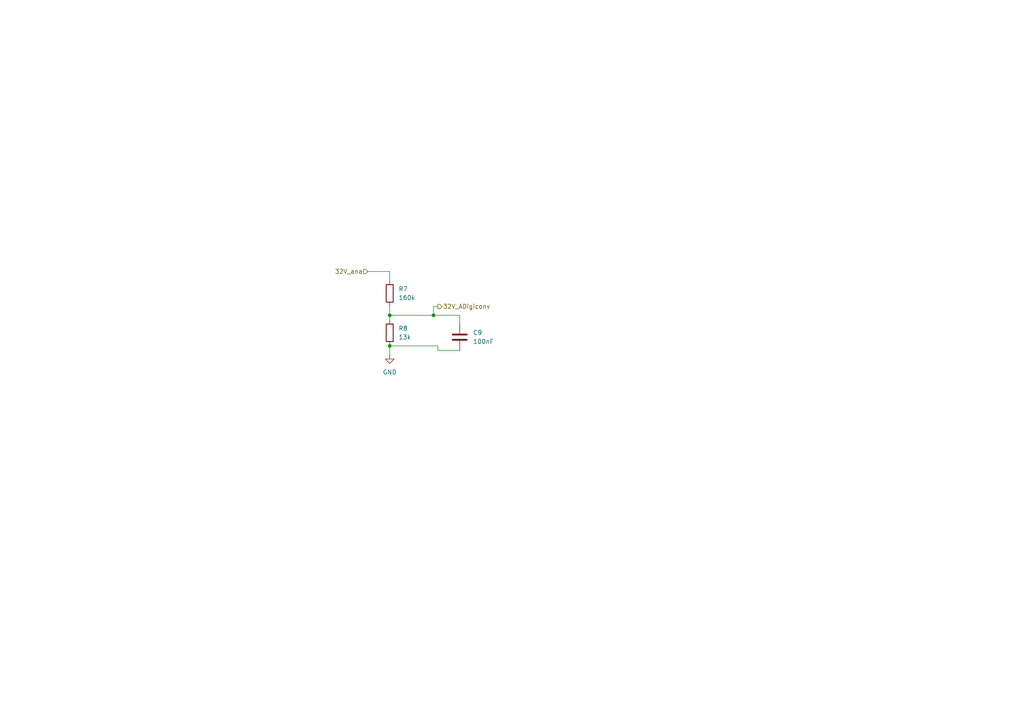
<source format=kicad_sch>
(kicad_sch (version 20250114) (generator "eeschema") (generator_version "9.0")
  (paper "A4")
  (lib_symbols
    (symbol "Device:C" (pin_numbers (hide yes)) (pin_names (offset 0.254))
      (property "Reference" "C" (at 0.635 2.54 0))
      (property "Value" "C" (at 0.635 -2.54 0))
      (symbol "C_0_1"
        (polyline (pts (xy -2.032 0.762) (xy 2.032 0.762)) (stroke (width 0.508)))
        (polyline (pts (xy -2.032 -0.762) (xy 2.032 -0.762)) (stroke (width 0.508)))
      )
      (symbol "C_1_1"
        (pin passive line (at 0 3.81 270) (length 2.794) (name "~") (number "1"))
        (pin passive line (at 0 -3.81 90) (length 2.794) (name "~") (number "2"))
      )
    )
    (symbol "Device:R" (pin_numbers (hide yes)) (pin_names (offset 0))
      (property "Reference" "R" (at 2.032 0 90))
      (property "Value" "R" (at 0 0 90))
      (symbol "R_0_1"
        (rectangle (start -1.016 -2.54) (end 1.016 2.54) (stroke (width 0.254)))
      )
      (symbol "R_1_1"
        (pin passive line (at 0 3.81 270) (length 1.27) (name "~") (number "1"))
        (pin passive line (at 0 -3.81 90) (length 1.27) (name "~") (number "2"))
      )
    )
    (symbol "power:GND" (power) (pin_numbers (hide yes)) (pin_names (offset 0) (hide yes))
      (property "Value" "GND" (at 0 -3.81 0))
      (symbol "GND_0_1"
        (polyline (pts (xy 0 0) (xy 0 -1.27) (xy 1.27 -1.27) (xy 0 -2.54) (xy -1.27 -1.27) (xy 0 -1.27)))
      )
      (symbol "GND_1_1"
        (pin power_in line (at 0 0 270) (length 0) (name "~") (number "1"))
      )
    )
  )
  (junction (at 113.03 91.44))
  (junction (at 125.73 91.44))
  (junction (at 113.03 100.33))
  (wire (pts (xy 113.03 100.33) (xy 113.03 102.87)))
  (wire (pts (xy 127 101.6) (xy 133.35 101.6)))
  (wire (pts (xy 113.03 91.44) (xy 113.03 92.71)))
  (wire (pts (xy 127 101.6) (xy 127 100.33)))
  (wire (pts (xy 127 100.33) (xy 113.03 100.33)))
  (wire (pts (xy 106.68 78.74) (xy 113.03 78.74)))
  (wire (pts (xy 125.73 88.9) (xy 125.73 91.44)))
  (wire (pts (xy 125.73 91.44) (xy 133.35 91.44)))
  (wire (pts (xy 113.03 88.9) (xy 113.03 91.44)))
  (wire (pts (xy 113.03 91.44) (xy 125.73 91.44)))
  (wire (pts (xy 113.03 78.74) (xy 113.03 81.28)))
  (wire (pts (xy 127 88.9) (xy 125.73 88.9)))
  (wire (pts (xy 133.35 93.98) (xy 133.35 91.44)))
  (hierarchical_label "32V_ADigiconv" (shape output) (at 127 88.9 0))
  (hierarchical_label "32V_ana" (shape input) (at 106.68 78.74 180))
  (symbol (lib_id "Device:R") (at 113.03 85.09 0) (unit 1)
    (property "Reference" "R7" (at 115.57 83.8199 0) (effects (justify left)))
    (property "Value" "160k" (at 115.57 86.3599 0) (effects (justify left)))
    (property "Description" "Resistor" (effects (hide yes)))
  )
  (symbol (lib_id "Device:R") (at 113.03 96.52 0) (unit 1)
    (property "Reference" "R8" (at 115.57 95.2499 0) (effects (justify left)))
    (property "Value" "13k" (at 115.57 97.7899 0) (effects (justify left)))
    (property "Description" "Resistor" (effects (hide yes)))
  )
  (symbol (lib_id "Device:C") (at 133.35 97.79 0) (unit 1)
    (property "Reference" "C9" (at 137.16 96.5199 0) (effects (justify left)))
    (property "Value" "100nF" (at 137.16 99.0599 0) (effects (justify left)))
    (property "Description" "Unpolarized capacitor" (effects (hide yes)))
  )
  (symbol (lib_id "power:GND") (at 113.03 102.87 0) (unit 1)
    (property "Reference" "#PWR024" (effects (hide yes)))
    (property "Value" "GND" (at 113.03 107.95 0))
    (property "Description" "Power symbol creates a global label with name \"GND\" , ground" (effects (hide yes)))
  )
)
</source>
